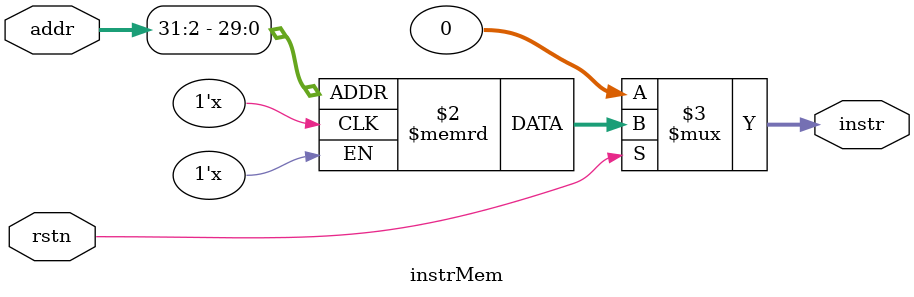
<source format=v>
`timescale 1ns / 1ps

module instrMem(
    input rstn,
    input [31:0] addr,
    output [31:0] instr
    );
    reg [31:0] mem [1023:0];
    assign instr = rstn == 0 ? 0 : mem[addr[31:2]];
endmodule

</source>
